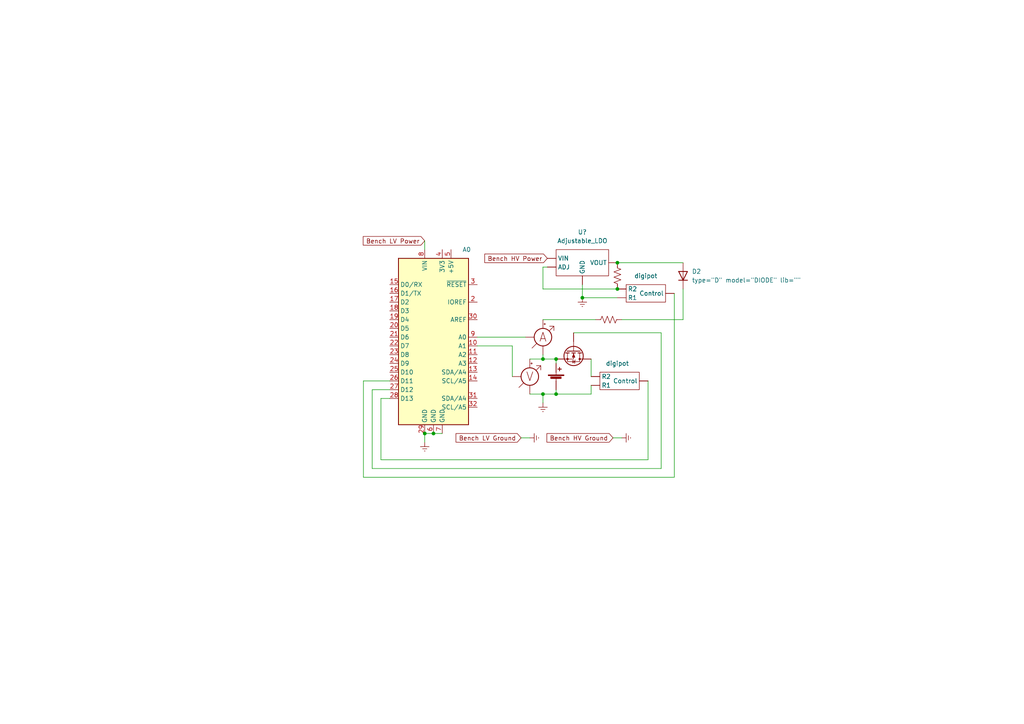
<source format=kicad_sch>
(kicad_sch (version 20211123) (generator eeschema)
  (paper "A4")
  (lib_symbols
    (symbol "Device:Battery_Cell" (pin_numbers hide) (pin_names (offset 0) hide)
      (property "Reference" "BT" (at 2.54 2.54 0))
      (property "Value" "Battery_Cell" (at 2.54 0 0))
      (symbol "Battery_Cell_0_1"
        (rectangle (start -2.286 1.778) (end 2.286 1.524) (fill (type outline)))
        (rectangle (start -1.5748 1.1938) (end 1.4732 0.6858) (fill (type outline)))
        (polyline (pts (xy 0 0.762) (xy 0 0)))
        (polyline (pts (xy 0 1.778) (xy 0 2.54)))
        (polyline (pts (xy 0.508 3.429) (xy 1.524 3.429)) (stroke (width 0.254)))
        (polyline (pts (xy 1.016 3.937) (xy 1.016 2.921)) (stroke (width 0.254)))
      )
      (symbol "Battery_Cell_1_1"
        (pin passive line (at 0 5.08 270) (length 2.54) (name "+") (number "1"))
        (pin passive line (at 0 -2.54 90) (length 2.54) (name "-") (number "2"))
      )
    )
    (symbol "Device:Q_NMOS_GDS" (pin_numbers hide) (pin_names (offset 0) hide)
      (property "Reference" "Q" (at 5.08 1.27 0))
      (property "Value" "Q_NMOS_GDS" (at 5.08 -1.27 0))
      (symbol "Q_NMOS_GDS_0_1"
        (polyline (pts (xy 0.254 0) (xy -2.54 0)))
        (polyline (pts (xy 0.254 1.905) (xy 0.254 -1.905)) (stroke (width 0.254)))
        (polyline (pts (xy 0.762 -1.27) (xy 0.762 -2.286)) (stroke (width 0.254)))
        (polyline (pts (xy 0.762 0.508) (xy 0.762 -0.508)) (stroke (width 0.254)))
        (polyline (pts (xy 0.762 2.286) (xy 0.762 1.27)) (stroke (width 0.254)))
        (polyline (pts (xy 2.54 2.54) (xy 2.54 1.778)))
        (polyline (pts (xy 2.54 -2.54) (xy 2.54 0) (xy 0.762 0)))
        (polyline (pts (xy 0.762 -1.778) (xy 3.302 -1.778) (xy 3.302 1.778) (xy 0.762 1.778)))
        (polyline (pts (xy 1.016 0) (xy 2.032 0.381) (xy 2.032 -0.381) (xy 1.016 0)) (fill (type outline)))
        (polyline (pts (xy 2.794 0.508) (xy 2.921 0.381) (xy 3.683 0.381) (xy 3.81 0.254)))
        (polyline (pts (xy 3.302 0.381) (xy 2.921 -0.254) (xy 3.683 -0.254) (xy 3.302 0.381)))
        (circle (center 1.651 0) (radius 2.794) (stroke (width 0.254)))
        (circle (center 2.54 -1.778) (radius 0.254) (fill (type outline)))
        (circle (center 2.54 1.778) (radius 0.254) (fill (type outline)))
      )
      (symbol "Q_NMOS_GDS_1_1"
        (pin input line (at -5.08 0 0) (length 2.54) (name "G") (number "1"))
        (pin passive line (at 2.54 5.08 270) (length 2.54) (name "D") (number "2"))
        (pin passive line (at 2.54 -5.08 90) (length 2.54) (name "S") (number "3"))
      )
    )
    (symbol "Device:R_US" (pin_numbers hide) (pin_names (offset 0))
      (property "Reference" "R" (at 2.54 0 90))
      (property "Value" "R_US" (at -2.54 0 90))
      (symbol "R_US_0_1"
        (polyline (pts (xy 0 -2.286) (xy 0 -2.54)))
        (polyline (pts (xy 0 2.286) (xy 0 2.54)))
        (polyline (pts (xy 0 -0.762) (xy 1.016 -1.143) (xy 0 -1.524) (xy -1.016 -1.905) (xy 0 -2.286)))
        (polyline (pts (xy 0 0.762) (xy 1.016 0.381) (xy 0 0) (xy -1.016 -0.381) (xy 0 -0.762)))
        (polyline (pts (xy 0 2.286) (xy 1.016 1.905) (xy 0 1.524) (xy -1.016 1.143) (xy 0 0.762)))
      )
      (symbol "R_US_1_1"
        (pin passive line (at 0 3.81 270) (length 1.27) (name "~") (number "1"))
        (pin passive line (at 0 -3.81 90) (length 1.27) (name "~") (number "2"))
      )
    )
    (symbol "MCU_Module:Arduino_UNO_R3"
      (property "Reference" "A0" (at 8.3694 25.4 0))
      (symbol "Arduino_UNO_R3_0_1"
        (rectangle (start -10.16 22.86) (end 10.16 -25.4) (stroke (width 0.254)) (fill (type background)))
      )
      (symbol "Arduino_UNO_R3_1_1"
        (pin no_connect line (at -10.16 -20.32 0) (length 2.54) hide (name "NC") (number "1"))
        (pin bidirectional line (at 12.7 -2.54 180) (length 2.54) (name "A1") (number "10"))
        (pin bidirectional line (at 12.7 -5.08 180) (length 2.54) (name "A2") (number "11"))
        (pin bidirectional line (at 12.7 -7.62 180) (length 2.54) (name "A3") (number "12"))
        (pin bidirectional line (at 12.7 -10.16 180) (length 2.54) (name "SDA/A4") (number "13"))
        (pin bidirectional line (at 12.7 -12.7 180) (length 2.54) (name "SCL/A5") (number "14"))
        (pin bidirectional line (at -12.7 15.24 0) (length 2.54) (name "D0/RX") (number "15"))
        (pin bidirectional line (at -12.7 12.7 0) (length 2.54) (name "D1/TX") (number "16"))
        (pin bidirectional line (at -12.7 10.16 0) (length 2.54) (name "D2") (number "17"))
        (pin bidirectional line (at -12.7 7.62 0) (length 2.54) (name "D3") (number "18"))
        (pin bidirectional line (at -12.7 5.08 0) (length 2.54) (name "D4") (number "19"))
        (pin output line (at 12.7 10.16 180) (length 2.54) (name "IOREF") (number "2"))
        (pin bidirectional line (at -12.7 2.54 0) (length 2.54) (name "D5") (number "20"))
        (pin bidirectional line (at -12.7 0 0) (length 2.54) (name "D6") (number "21"))
        (pin bidirectional line (at -12.7 -2.54 0) (length 2.54) (name "D7") (number "22"))
        (pin bidirectional line (at -12.7 -5.08 0) (length 2.54) (name "D8") (number "23"))
        (pin bidirectional line (at -12.7 -7.62 0) (length 2.54) (name "D9") (number "24"))
        (pin bidirectional line (at -12.7 -10.16 0) (length 2.54) (name "D10") (number "25"))
        (pin bidirectional line (at -12.7 -12.7 0) (length 2.54) (name "D11") (number "26"))
        (pin bidirectional line (at -12.7 -15.24 0) (length 2.54) (name "D12") (number "27"))
        (pin bidirectional line (at -12.7 -17.78 0) (length 2.54) (name "D13") (number "28"))
        (pin power_in line (at -2.54 -27.94 90) (length 2.54) (name "GND") (number "29"))
        (pin input line (at 12.7 15.24 180) (length 2.54) (name "~{RESET}") (number "3"))
        (pin input line (at 12.7 5.08 180) (length 2.54) (name "AREF") (number "30"))
        (pin bidirectional line (at 12.7 -17.78 180) (length 2.54) (name "SDA/A4") (number "31"))
        (pin bidirectional line (at 12.7 -20.32 180) (length 2.54) (name "SCL/A5") (number "32"))
        (pin power_out line (at 2.54 25.4 270) (length 2.54) (name "3V3") (number "4"))
        (pin power_out line (at 5.08 25.4 270) (length 2.54) (name "+5V") (number "5"))
        (pin power_in line (at 0 -27.94 90) (length 2.54) (name "GND") (number "6"))
        (pin power_in line (at 2.54 -27.94 90) (length 2.54) (name "GND") (number "7"))
        (pin power_in line (at -2.54 25.4 270) (length 2.54) (name "VIN") (number "8"))
        (pin bidirectional line (at 12.7 0 180) (length 2.54) (name "A0") (number "9"))
      )
    )
    (symbol "Rapid-EPS_architecture-blocks:Adjustable_LDO"
      (property "Reference" "U?" (at 0 0 0))
      (property "Value" "Adjustable_LDO" (at 0 -2.54 0))
      (symbol "Adjustable_LDO_0_1"
        (rectangle (start -7.62 -5.08) (end 7.62 -12.7))
      )
      (symbol "Adjustable_LDO_1_1"
        (pin input line (at -10.16 -10.16 0) (length 2.54) (name "ADJ") (number ""))
        (pin power_in line (at 0 -15.24 90) (length 2.54) (name "GND") (number ""))
        (pin power_in line (at -10.16 -7.62 0) (length 2.54) (name "VIN") (number ""))
        (pin power_out line (at 10.16 -8.89 180) (length 2.54) (name "VOUT") (number ""))
      )
    )
    (symbol "Rapid-EPS_architecture-blocks:Ammeter_DIO" (pin_numbers hide) (pin_names (offset 0.0254) hide)
      (symbol "Ammeter_DIO_0_0"
        (polyline (pts (xy -3.175 -3.175) (xy -1.905 -1.905)))
        (polyline (pts (xy 1.905 1.905) (xy 3.175 3.175)))
        (polyline (pts (xy 1.905 3.175) (xy 3.175 3.175) (xy 3.175 1.905)))
        (text "A" (at 0 0 0) (effects (font (size 2.54 2.54))))
      )
      (symbol "Ammeter_DIO_0_1"
        (polyline (pts (xy 0.254 3.81) (xy 0.762 3.81)))
        (polyline (pts (xy 0.508 4.064) (xy 0.508 3.556)))
        (circle (center 0 0) (radius 2.54) (stroke (width 0.254)))
      )
      (symbol "Ammeter_DIO_1_1"
        (pin output line (at -5.08 0 0) (length 2.54) (name "") (number ""))
        (pin passive line (at 0 -5.08 90) (length 2.54) (name "-") (number "1"))
        (pin passive line (at 0 5.08 270) (length 2.54) (name "+") (number "2"))
      )
    )
    (symbol "Rapid-EPS_architecture-blocks:Voltmeter_DIO" (pin_numbers hide) (pin_names (offset 0.0254) hide)
      (symbol "Voltmeter_DIO_0_0"
        (polyline (pts (xy -3.175 -3.175) (xy -1.905 -1.905)))
        (polyline (pts (xy 1.905 1.905) (xy 3.175 3.175)))
        (polyline (pts (xy 1.905 3.175) (xy 3.175 3.175) (xy 3.175 1.905)))
        (text "V" (at 0 0 0) (effects (font (size 2.54 2.54))))
      )
      (symbol "Voltmeter_DIO_0_1"
        (polyline (pts (xy 0.254 3.81) (xy 0.762 3.81)))
        (polyline (pts (xy 0.508 4.064) (xy 0.508 3.556)))
        (circle (center 0 0) (radius 2.54) (stroke (width 0.254)))
      )
      (symbol "Voltmeter_DIO_1_1"
        (pin output line (at -5.08 0 0) (length 2.54) (name "") (number ""))
        (pin passive line (at 0 -5.08 90) (length 2.54) (name "-") (number "1"))
        (pin passive line (at 0 5.08 270) (length 2.54) (name "+") (number "2"))
      )
    )
    (symbol "Simulation_SPICE:DIODE" (pin_numbers hide) (pin_names (offset 1.016) hide)
      (property "Reference" "D" (at 0 2.54 0))
      (property "Value" "DIODE" (at 0 -2.54 0))
      (symbol "DIODE_0_1"
        (polyline (pts (xy 1.27 0) (xy -1.27 0)))
        (polyline (pts (xy 1.27 1.27) (xy 1.27 -1.27)) (stroke (width 0.254)))
        (polyline (pts (xy -1.27 -1.27) (xy -1.27 1.27) (xy 1.27 0) (xy -1.27 -1.27)) (stroke (width 0.254)))
      )
      (symbol "DIODE_1_1"
        (pin passive line (at -3.81 0 0) (length 2.54) (name "A") (number "1"))
        (pin passive line (at 3.81 0 180) (length 2.54) (name "K") (number "2"))
      )
    )
    (symbol "digipot_1"
      (property "Reference" "R?" (at 5.08 1.27 0))
      (property "Value" "digipot_1" (at 5.08 3.81 0))
      (symbol "digipot_1_0_1"
        (rectangle (start 0 0) (end 11.43 -5.08))
      )
      (symbol "digipot_1_1_1"
        (pin input line (at -2.54 -2.54 0) (length 2.54) (name "Control") (number ""))
        (pin passive line (at 13.97 -3.81 180) (length 2.54) (name "R1") (number ""))
        (pin passive line (at 13.97 -1.27 180) (length 2.54) (name "R2") (number ""))
      )
    )
    (symbol "digipot_2"
      (property "Value" "digipot" (at 5.715 2.54 0))
      (symbol "digipot_2_0_1"
        (rectangle (start 0 0) (end 11.43 -5.08))
      )
      (symbol "digipot_2_1_1"
        (pin input line (at -2.54 -2.54 0) (length 2.54) (name "Control") (number ""))
        (pin passive line (at 13.97 -3.81 180) (length 2.54) (name "R1") (number ""))
        (pin passive line (at 13.97 -1.27 180) (length 2.54) (name "R2") (number ""))
      )
    )
    (symbol "power:Earth" (power) (pin_names (offset 0))
      (symbol "Earth_0_1"
        (polyline (pts (xy -0.635 -1.905) (xy 0.635 -1.905)))
        (polyline (pts (xy -0.127 -2.54) (xy 0.127 -2.54)))
        (polyline (pts (xy 0 -1.27) (xy 0 0)))
        (polyline (pts (xy 1.27 -1.27) (xy -1.27 -1.27)))
      )
      (symbol "Earth_1_1"
        (pin power_in line (at 0 0 270) (length 0) hide (name "Earth") (number "1"))
      )
    )
  )
  (junction (at 123.19 125.73))
  (junction (at 125.73 125.73))
  (junction (at 168.91 86.36))
  (junction (at 179.07 76.2))
  (junction (at 161.29 104.14))
  (junction (at 157.48 104.14))
  (junction (at 179.07 83.82))
  (junction (at 161.29 114.3))
  (junction (at 157.48 114.3))
  (wire (pts (xy 153.67 104.14) (xy 157.48 104.14)))
  (wire (pts (xy 191.77 135.89) (xy 191.77 96.52)))
  (wire (pts (xy 110.49 115.57) (xy 113.03 115.57)))
  (wire (pts (xy 158.75 77.47) (xy 157.48 77.47)))
  (wire (pts (xy 123.19 125.73) (xy 125.73 125.73)))
  (wire (pts (xy 191.77 96.52) (xy 166.37 96.52)))
  (wire (pts (xy 110.49 133.35) (xy 110.49 115.57)))
  (wire (pts (xy 187.96 133.35) (xy 110.49 133.35)))
  (wire (pts (xy 157.48 104.14) (xy 161.29 104.14)))
  (wire (pts (xy 157.48 114.3) (xy 161.29 114.3)))
  (wire (pts (xy 105.41 110.49) (xy 105.41 138.43)))
  (wire (pts (xy 138.43 97.79) (xy 152.4 97.79)))
  (wire (pts (xy 187.96 110.49) (xy 187.96 133.35)))
  (wire (pts (xy 168.91 82.55) (xy 168.91 86.36)))
  (wire (pts (xy 157.48 77.47) (xy 157.48 83.82)))
  (wire (pts (xy 161.29 114.3) (xy 171.45 114.3)))
  (wire (pts (xy 151.13 127) (xy 153.67 127)))
  (wire (pts (xy 138.43 100.33) (xy 148.59 100.33)))
  (wire (pts (xy 107.95 113.03) (xy 107.95 135.89)))
  (wire (pts (xy 113.03 110.49) (xy 105.41 110.49)))
  (wire (pts (xy 195.58 138.43) (xy 195.58 85.09)))
  (wire (pts (xy 157.48 114.3) (xy 157.48 116.84)))
  (wire (pts (xy 113.03 113.03) (xy 107.95 113.03)))
  (wire (pts (xy 157.48 102.87) (xy 157.48 104.14)))
  (wire (pts (xy 123.19 69.85) (xy 123.19 72.39)))
  (wire (pts (xy 107.95 135.89) (xy 191.77 135.89)))
  (wire (pts (xy 177.8 127) (xy 180.34 127)))
  (wire (pts (xy 125.73 125.73) (xy 128.27 125.73)))
  (wire (pts (xy 153.67 114.3) (xy 157.48 114.3)))
  (wire (pts (xy 179.07 86.36) (xy 168.91 86.36)))
  (wire (pts (xy 179.07 76.2) (xy 198.12 76.2)))
  (wire (pts (xy 161.29 104.14) (xy 161.29 105.41)))
  (wire (pts (xy 171.45 104.14) (xy 171.45 109.22)))
  (wire (pts (xy 161.29 114.3) (xy 161.29 113.03)))
  (wire (pts (xy 179.07 83.82) (xy 157.48 83.82)))
  (wire (pts (xy 123.19 125.73) (xy 123.19 128.27)))
  (wire (pts (xy 198.12 83.82) (xy 198.12 92.71)))
  (wire (pts (xy 148.59 109.22) (xy 148.59 100.33)))
  (wire (pts (xy 180.34 92.71) (xy 198.12 92.71)))
  (wire (pts (xy 171.45 111.76) (xy 171.45 114.3)))
  (wire (pts (xy 172.72 92.71) (xy 157.48 92.71)))
  (wire (pts (xy 105.41 138.43) (xy 195.58 138.43)))
  (global_label "Bench HV Power" (shape input) (at 158.75 74.93 180) (property "Intersheet References" "${INTERSHEET_REFS}" (effects hide)))
  (global_label "Bench LV Ground" (shape input) (at 151.13 127 180) (property "Intersheet References" "${INTERSHEET_REFS}" (effects hide)))
  (global_label "Bench HV Ground" (shape input) (at 177.8 127 180) (property "Intersheet References" "${INTERSHEET_REFS}" (effects hide)))
  (global_label "Bench LV Power" (shape input) (at 123.19 69.85 180) (property "Intersheet References" "${INTERSHEET_REFS}" (effects hide)))
  (symbol (lib_id "MCU_Module:Arduino_UNO_R3") (at 125.73 97.79 0) (unit 1)
    (property "Reference" "A0" (at 134.0994 72.39 0) (effects (justify left)))
    (property "Value" "Arduino_UNO_R3" (effects hide))
    (property "Footprint" "Module:Arduino_UNO_R3" (effects hide))
    (property "Datasheet" "https://www.arduino.cc/en/Main/arduinoBoardUno" (effects hide))
  )
  (symbol (lib_id "power:Earth") (at 123.19 128.27 0) (unit 1)
    (property "Reference" "#PWR?" (effects hide))
    (property "Value" "Earth" (effects hide))
  )
  (symbol (lib_id "power:Earth") (at 153.67 127 90) (unit 1)
    (property "Reference" "#PWR?" (effects hide))
    (property "Value" "Earth" (effects hide))
  )
  (symbol (lib_id "Rapid-EPS_architecture-blocks:Adjustable_LDO") (at 168.91 67.31 0) (unit 1)
    (property "Reference" "U?" (at 168.91 67.31 0))
    (property "Value" "Adjustable_LDO" (at 168.91 69.85 0))
  )
  (symbol (lib_id "Device:R_US") (at 176.53 92.71 90) (unit 1)
    (property "Reference" "RDesen2" (effects hide))
    (property "Value" "R_US" (effects hide))
  )
  (symbol (lib_id "Simulation_SPICE:DIODE") (at 198.12 80.01 270) (unit 1)
    (property "Reference" "D2" (at 200.66 78.7399 90) (effects (justify left)))
    (property "Value" "DIODE" (at 200.66 81.2799 90) (effects (justify left)))
    (property "Spice_Netlist_Enabled" "Y" (effects hide))
    (property "Spice_Primitive" "D" (effects hide))
  )
  (symbol (lib_id "Rapid-EPS_architecture-blocks:Ammeter_DIO") (at 157.48 97.79 0) (unit 1)
    (property "Reference" "MES2" (effects hide))
    (property "Value" "Ammeter_DIO" (effects hide))
  )
  (symbol (lib_id "Device:Q_NMOS_GDS") (at 166.37 101.6 270) (unit 1)
    (property "Reference" "Q2" (effects hide))
    (property "Value" "Q_NMOS_GDS" (effects hide))
  )
  (symbol (lib_id "Device:Battery_Cell") (at 161.29 110.49 0) (unit 1)
    (property "Reference" "BT1" (effects hide))
    (property "Value" "Battery_Cell" (effects hide))
  )
  (symbol (lib_id "power:Earth") (at 180.34 127 90) (unit 1)
    (property "Reference" "#PWR?" (effects hide))
    (property "Value" "Earth" (effects hide))
  )
  (symbol (lib_name "digipot_1") (lib_id "Rapid-EPS_architecture-blocks:digipot") (at 185.42 107.95 0) (mirror y) (unit 1)
    (property "Reference" "R2" (effects hide))
    (property "Value" "digipot" (at 179.07 105.41 0))
  )
  (symbol (lib_id "power:Earth") (at 168.91 86.36 0) (unit 1)
    (property "Reference" "#PWR?" (effects hide))
    (property "Value" "Earth" (effects hide))
  )
  (symbol (lib_name "digipot_2") (lib_id "Rapid-EPS_architecture-blocks:digipot") (at 193.04 82.55 0) (mirror y) (unit 1)
    (property "Reference" "R2" (effects hide))
    (property "Value" "digipot" (at 187.325 80.01 0))
  )
  (symbol (lib_id "Rapid-EPS_architecture-blocks:Voltmeter_DIO") (at 153.67 109.22 0) (unit 1)
    (property "Reference" "MES1" (effects hide))
    (property "Value" "Voltmeter_DIO" (effects hide))
  )
  (symbol (lib_id "Device:R_US") (at 179.07 80.01 0) (unit 1)
    (property "Reference" "R3" (effects hide))
    (property "Value" "R_US" (effects hide))
  )
  (symbol (lib_id "power:Earth") (at 157.48 116.84 0) (unit 1)
    (property "Reference" "#PWR?" (effects hide))
    (property "Value" "Earth" (effects hide))
  )
)
</source>
